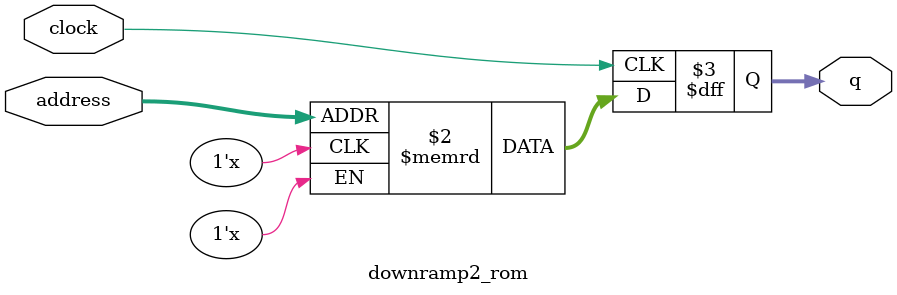
<source format=sv>
module downramp2_rom (
	input logic clock,
	input logic [9:0] address,
	output logic [3:0] q
);

logic [3:0] memory [0:1023] /* synthesis ram_init_file = "./downramp2/downramp2.mif" */;

always_ff @ (posedge clock) begin
	q <= memory[address];
end

endmodule

</source>
